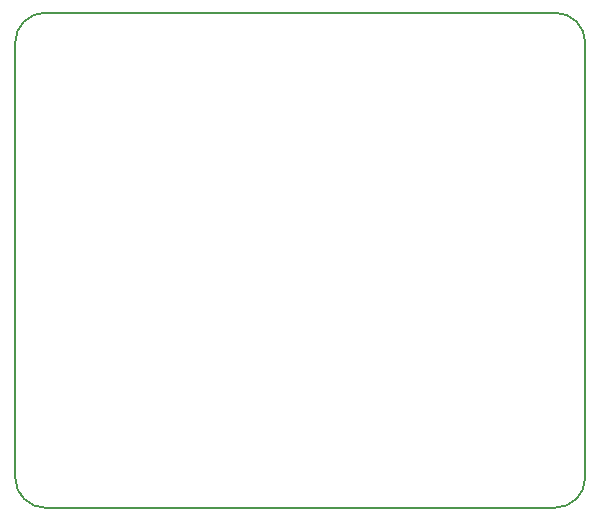
<source format=gbr>
G04 #@! TF.FileFunction,Profile,NP*
%FSLAX46Y46*%
G04 Gerber Fmt 4.6, Leading zero omitted, Abs format (unit mm)*
G04 Created by KiCad (PCBNEW 4.0.4-stable) date 10/24/16 21:05:07*
%MOMM*%
%LPD*%
G01*
G04 APERTURE LIST*
%ADD10C,0.100000*%
%ADD11C,0.150000*%
G04 APERTURE END LIST*
D10*
D11*
X129540000Y-78740000D02*
X86360000Y-78740000D01*
X132080000Y-118110000D02*
X132080000Y-81280000D01*
X86360000Y-120650000D02*
X129540000Y-120650000D01*
X83820000Y-81280000D02*
X83820000Y-118110000D01*
X129540000Y-120650000D02*
G75*
G03X132080000Y-118110000I0J2540000D01*
G01*
X83820000Y-118110000D02*
G75*
G03X86360000Y-120650000I2540000J0D01*
G01*
X132080000Y-81280000D02*
G75*
G03X129540000Y-78740000I-2540000J0D01*
G01*
X86360000Y-78740000D02*
G75*
G03X83820000Y-81280000I0J-2540000D01*
G01*
M02*

</source>
